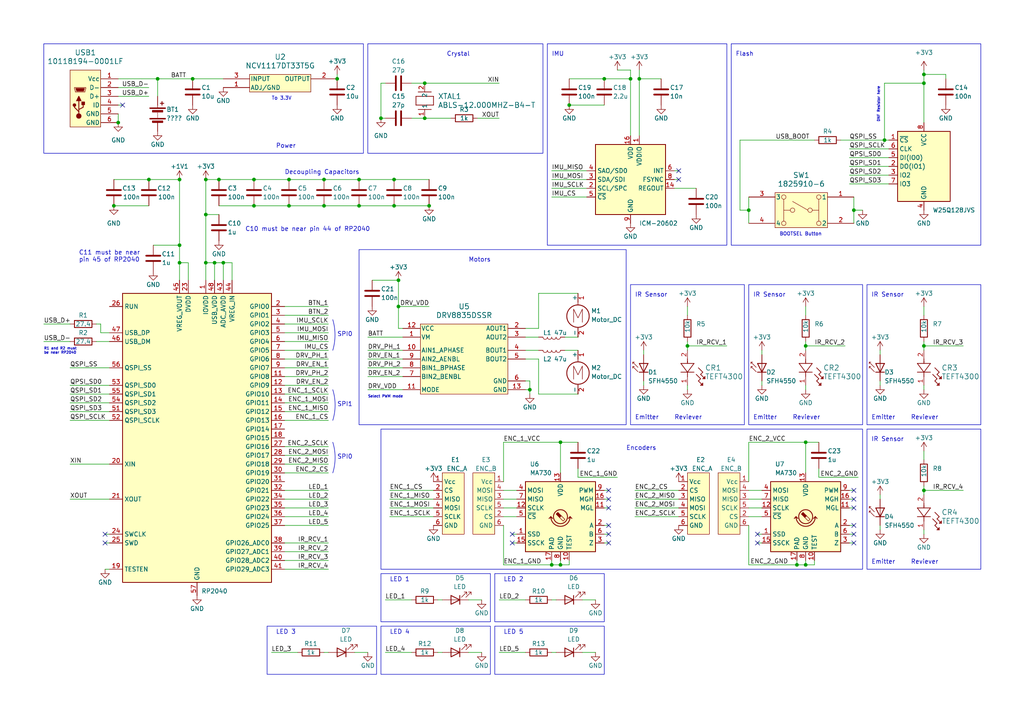
<source format=kicad_sch>
(kicad_sch (version 20230121) (generator eeschema)
  (paper "A4")
  (title_block (title "MicroMouse") (date "2023"))
  (junction (at 231.14 163.83))
  (junction (at 45.72 22.86))
  (junction (at 162.56 128.27))
  (junction (at 199.39 100.33))
  (junction (at 62.23 76.2))
  (junction (at 267.97 100.33))
  (junction (at 43.18 52.07))
  (junction (at 185.42 22.86))
  (junction (at 55.88 22.86))
  (junction (at 83.82 52.07))
  (junction (at 233.68 128.27))
  (junction (at 81.28 243.84))
  (junction (at 114.3 52.07))
  (junction (at 63.5 52.07))
  (junction (at 123.19 34.29))
  (junction (at 233.68 100.33))
  (junction (at 175.26 22.86))
  (junction (at 256.54 40.64))
  (junction (at 97.79 22.86))
  (junction (at 93.98 52.07))
  (junction (at 153.67 113.03))
  (junction (at 73.66 52.07))
  (junction (at 59.69 76.2))
  (junction (at 267.97 24.13))
  (junction (at 104.14 52.07))
  (junction (at 182.88 22.86))
  (junction (at 59.69 62.23))
  (junction (at 52.07 71.12))
  (junction (at 81.28 227.33))
  (junction (at 59.69 52.07))
  (junction (at 111.76 227.33))
  (junction (at 52.07 76.2))
  (junction (at 162.56 163.83))
  (junction (at 110.49 34.29))
  (junction (at 93.98 59.69))
  (junction (at 160.02 163.83))
  (junction (at 267.97 21.59))
  (junction (at 111.76 243.84))
  (junction (at 124.46 59.69))
  (junction (at 267.97 142.24))
  (junction (at 247.65 60.96))
  (junction (at 114.3 59.69))
  (junction (at 64.77 76.2))
  (junction (at 115.57 81.28))
  (junction (at 34.29 35.56))
  (junction (at 217.17 60.96))
  (junction (at 104.14 59.69))
  (junction (at 73.66 59.69))
  (junction (at 115.57 88.9))
  (junction (at 52.07 52.07))
  (junction (at 165.1 30.48))
  (junction (at 233.68 163.83))
  (junction (at 33.02 59.69))
  (junction (at 123.19 24.13))
  (junction (at 83.82 59.69))
  (no_connect (at 148.59 154.94))
  (no_connect (at 176.53 157.48))
  (no_connect (at 219.71 157.48))
  (no_connect (at 30.48 157.48))
  (no_connect (at 247.65 157.48))
  (no_connect (at 247.65 142.24))
  (no_connect (at 35.56 30.48))
  (no_connect (at 176.53 154.94))
  (no_connect (at 247.65 152.4))
  (no_connect (at 219.71 154.94))
  (no_connect (at 247.65 147.32))
  (no_connect (at 196.85 52.07))
  (no_connect (at 247.65 154.94))
  (no_connect (at 176.53 147.32))
  (no_connect (at 176.53 142.24))
  (no_connect (at 196.85 49.53))
  (no_connect (at 30.48 154.94))
  (no_connect (at 176.53 144.78))
  (no_connect (at 247.65 144.78))
  (no_connect (at 148.59 157.48))
  (no_connect (at 176.53 152.4))
  (wire (pts (xy 77.47 243.84) (xy 81.28 243.84)))
  (wire (pts (xy 152.4 95.25) (xy 156.21 95.25)))
  (wire (pts (xy 83.82 52.07) (xy 93.98 52.07)))
  (wire (pts (xy 20.32 106.68) (xy 31.75 106.68)))
  (wire (pts (xy 146.05 147.32) (xy 149.86 147.32)))
  (wire (pts (xy 81.28 227.33) (xy 81.28 231.14)))
  (wire (pts (xy 111.76 223.52) (xy 111.76 227.33)))
  (wire (pts (xy 243.84 40.64) (xy 256.54 40.64)))
  (wire (pts (xy 59.69 52.07) (xy 59.69 62.23)))
  (wire (pts (xy 77.47 227.33) (xy 81.28 227.33)))
  (wire (pts (xy 146.05 128.27) (xy 162.56 128.27)))
  (wire (pts (xy 43.18 27.94) (xy 34.29 27.94)))
  (wire (pts (xy 111.76 240.03) (xy 111.76 243.84)))
  (wire (pts (xy 118.11 227.33) (xy 111.76 227.33)))
  (wire (pts (xy 246.38 48.26) (xy 257.81 48.26)))
  (wire (pts (xy 116.84 104.14) (xy 106.68 104.14)))
  (wire (pts (xy 246.38 154.94) (xy 247.65 154.94)))
  (wire (pts (xy 95.25 160.02) (xy 82.55 160.02)))
  (wire (pts (xy 236.22 163.83) (xy 233.68 163.83)))
  (wire (pts (xy 160.02 189.23) (xy 161.29 189.23)))
  (wire (pts (xy 95.25 132.08) (xy 82.55 132.08)))
  (wire (pts (xy 214.63 40.64) (xy 236.22 40.64)))
  (wire (pts (xy 95.25 137.16) (xy 82.55 137.16)))
  (wire (pts (xy 82.55 106.68) (xy 95.25 106.68)))
  (wire (pts (xy 175.26 144.78) (xy 176.53 144.78)))
  (wire (pts (xy 115.57 95.25) (xy 116.84 95.25)))
  (wire (pts (xy 182.88 22.86) (xy 175.26 22.86)))
  (wire (pts (xy 111.76 227.33) (xy 111.76 231.14)))
  (wire (pts (xy 27.94 99.06) (xy 31.75 99.06)))
  (wire (pts (xy 247.65 142.24) (xy 246.38 142.24)))
  (wire (pts (xy 29.21 93.98) (xy 29.21 96.52)))
  (wire (pts (xy 167.64 138.43) (xy 167.64 135.89)))
  (wire (pts (xy 93.98 52.07) (xy 104.14 52.07)))
  (wire (pts (xy 67.31 81.28) (xy 67.31 76.2)))
  (wire (pts (xy 144.78 173.99) (xy 152.4 173.99)))
  (wire (pts (xy 110.49 34.29) (xy 111.76 34.29)))
  (wire (pts (xy 111.76 173.99) (xy 119.38 173.99)))
  (wire (pts (xy 82.55 91.44) (xy 95.25 91.44)))
  (wire (pts (xy 217.17 152.4) (xy 217.17 163.83)))
  (wire (pts (xy 52.07 76.2) (xy 52.07 81.28)))
  (wire (pts (xy 233.68 100.33) (xy 245.11 100.33)))
  (wire (pts (xy 127 189.23) (xy 128.27 189.23)))
  (wire (pts (xy 153.67 114.3) (xy 153.67 113.03)))
  (wire (pts (xy 233.68 128.27) (xy 233.68 137.16)))
  (wire (pts (xy 220.98 149.86) (xy 217.17 149.86)))
  (wire (pts (xy 55.88 22.86) (xy 64.77 22.86)))
  (wire (pts (xy 95.25 142.24) (xy 82.55 142.24)))
  (wire (pts (xy 82.55 96.52) (xy 95.25 96.52)))
  (wire (pts (xy 217.17 139.7) (xy 217.17 128.27)))
  (wire (pts (xy 123.19 24.13) (xy 144.78 24.13)))
  (wire (pts (xy 220.98 101.6) (xy 220.98 102.87)))
  (wire (pts (xy 111.76 24.13) (xy 110.49 24.13)))
  (wire (pts (xy 182.88 20.32) (xy 182.88 22.86)))
  (wire (pts (xy 250.19 60.96) (xy 247.65 60.96)))
  (wire (pts (xy 256.54 24.13) (xy 256.54 40.64)))
  (wire (pts (xy 246.38 50.8) (xy 257.81 50.8)))
  (wire (pts (xy 20.32 116.84) (xy 31.75 116.84)))
  (wire (pts (xy 176.53 147.32) (xy 175.26 147.32)))
  (wire (pts (xy 115.57 81.28) (xy 115.57 88.9)))
  (wire (pts (xy 255.27 143.51) (xy 255.27 144.78)))
  (wire (pts (xy 33.02 52.07) (xy 43.18 52.07)))
  (wire (pts (xy 149.86 149.86) (xy 146.05 149.86)))
  (wire (pts (xy 149.86 144.78) (xy 146.05 144.78)))
  (wire (pts (xy 170.18 54.61) (xy 160.02 54.61)))
  (wire (pts (xy 34.29 22.86) (xy 45.72 22.86)))
  (wire (pts (xy 246.38 43.18) (xy 257.81 43.18)))
  (wire (pts (xy 236.22 162.56) (xy 236.22 163.83)))
  (wire (pts (xy 52.07 76.2) (xy 54.61 76.2)))
  (wire (pts (xy 165.1 162.56) (xy 165.1 163.83)))
  (wire (pts (xy 176.53 157.48) (xy 175.26 157.48)))
  (wire (pts (xy 123.19 34.29) (xy 130.81 34.29)))
  (wire (pts (xy 185.42 22.86) (xy 185.42 39.37)))
  (wire (pts (xy 267.97 143.51) (xy 267.97 142.24)))
  (wire (pts (xy 63.5 62.23) (xy 59.69 62.23)))
  (wire (pts (xy 27.94 93.98) (xy 29.21 93.98)))
  (wire (pts (xy 233.68 128.27) (xy 237.49 128.27)))
  (wire (pts (xy 111.76 243.84) (xy 111.76 247.65)))
  (wire (pts (xy 274.32 21.59) (xy 267.97 21.59)))
  (wire (pts (xy 67.31 76.2) (xy 64.77 76.2)))
  (wire (pts (xy 233.68 113.03) (xy 233.68 111.76)))
  (wire (pts (xy 111.76 189.23) (xy 119.38 189.23)))
  (wire (pts (xy 152.4 104.14) (xy 156.21 104.14)))
  (wire (pts (xy 247.65 152.4) (xy 246.38 152.4)))
  (wire (pts (xy 144.78 189.23) (xy 152.4 189.23)))
  (wire (pts (xy 219.71 157.48) (xy 220.98 157.48)))
  (wire (pts (xy 267.97 100.33) (xy 279.4 100.33)))
  (wire (pts (xy 95.25 88.9) (xy 82.55 88.9)))
  (wire (pts (xy 196.85 149.86) (xy 184.15 149.86)))
  (wire (pts (xy 12.7 93.98) (xy 20.32 93.98)))
  (wire (pts (xy 62.23 81.28) (xy 62.23 76.2)))
  (wire (pts (xy 247.65 57.15) (xy 247.65 60.96)))
  (wire (pts (xy 95.25 104.14) (xy 82.55 104.14)))
  (wire (pts (xy 152.4 101.6) (xy 156.21 101.6)))
  (wire (pts (xy 82.55 93.98) (xy 95.25 93.98)))
  (wire (pts (xy 146.05 163.83) (xy 160.02 163.83)))
  (wire (pts (xy 237.49 135.89) (xy 237.49 138.43)))
  (wire (pts (xy 152.4 110.49) (xy 153.67 110.49)))
  (wire (pts (xy 139.7 173.99) (xy 135.89 173.99)))
  (wire (pts (xy 160.02 173.99) (xy 161.29 173.99)))
  (wire (pts (xy 104.14 59.69) (xy 114.3 59.69)))
  (wire (pts (xy 152.4 97.79) (xy 156.21 97.79)))
  (wire (pts (xy 63.5 59.69) (xy 73.66 59.69)))
  (wire (pts (xy 148.59 157.48) (xy 149.86 157.48)))
  (wire (pts (xy 93.98 189.23) (xy 95.25 189.23)))
  (wire (pts (xy 54.61 76.2) (xy 54.61 81.28)))
  (wire (pts (xy 20.32 111.76) (xy 31.75 111.76)))
  (wire (pts (xy 146.05 142.24) (xy 149.86 142.24)))
  (wire (pts (xy 82.55 129.54) (xy 95.25 129.54)))
  (wire (pts (xy 95.25 152.4) (xy 82.55 152.4)))
  (wire (pts (xy 124.46 88.9) (xy 115.57 88.9)))
  (wire (pts (xy 82.55 114.3) (xy 95.25 114.3)))
  (wire (pts (xy 170.18 49.53) (xy 160.02 49.53)))
  (wire (pts (xy 106.68 101.6) (xy 116.84 101.6)))
  (wire (pts (xy 34.29 33.02) (xy 34.29 35.56)))
  (wire (pts (xy 195.58 49.53) (xy 196.85 49.53)))
  (wire (pts (xy 233.68 162.56) (xy 233.68 163.83)))
  (wire (pts (xy 119.38 34.29) (xy 123.19 34.29)))
  (wire (pts (xy 43.18 52.07) (xy 52.07 52.07)))
  (wire (pts (xy 97.79 21.59) (xy 97.79 22.86)))
  (wire (pts (xy 153.67 110.49) (xy 153.67 113.03)))
  (wire (pts (xy 73.66 52.07) (xy 63.5 52.07)))
  (wire (pts (xy 217.17 142.24) (xy 220.98 142.24)))
  (wire (pts (xy 81.28 243.84) (xy 81.28 247.65)))
  (wire (pts (xy 248.92 138.43) (xy 237.49 138.43)))
  (wire (pts (xy 95.25 116.84) (xy 82.55 116.84)))
  (wire (pts (xy 246.38 144.78) (xy 247.65 144.78)))
  (wire (pts (xy 52.07 52.07) (xy 52.07 71.12)))
  (wire (pts (xy 246.38 45.72) (xy 257.81 45.72)))
  (wire (pts (xy 267.97 142.24) (xy 279.4 142.24)))
  (wire (pts (xy 139.7 189.23) (xy 135.89 189.23)))
  (wire (pts (xy 95.25 147.32) (xy 82.55 147.32)))
  (wire (pts (xy 176.53 152.4) (xy 175.26 152.4)))
  (wire (pts (xy 82.55 134.62) (xy 95.25 134.62)))
  (wire (pts (xy 255.27 101.6) (xy 255.27 102.87)))
  (wire (pts (xy 59.69 62.23) (xy 59.69 76.2)))
  (wire (pts (xy 78.74 189.23) (xy 86.36 189.23)))
  (wire (pts (xy 199.39 113.03) (xy 199.39 111.76)))
  (wire (pts (xy 255.27 152.4) (xy 255.27 153.67)))
  (wire (pts (xy 231.14 162.56) (xy 231.14 163.83)))
  (wire (pts (xy 82.55 111.76) (xy 95.25 111.76)))
  (wire (pts (xy 106.68 189.23) (xy 102.87 189.23)))
  (wire (pts (xy 152.4 113.03) (xy 153.67 113.03)))
  (wire (pts (xy 20.32 144.78) (xy 31.75 144.78)))
  (wire (pts (xy 267.97 21.59) (xy 267.97 24.13)))
  (wire (pts (xy 95.25 109.22) (xy 82.55 109.22)))
  (wire (pts (xy 195.58 52.07) (xy 196.85 52.07)))
  (wire (pts (xy 106.68 113.03) (xy 116.84 113.03)))
  (wire (pts (xy 106.68 97.79) (xy 116.84 97.79)))
  (wire (pts (xy 184.15 147.32) (xy 196.85 147.32)))
  (wire (pts (xy 274.32 22.86) (xy 274.32 21.59)))
  (wire (pts (xy 82.55 162.56) (xy 95.25 162.56)))
  (wire (pts (xy 125.73 144.78) (xy 113.03 144.78)))
  (wire (pts (xy 125.73 149.86) (xy 113.03 149.86)))
  (wire (pts (xy 30.48 157.48) (xy 31.75 157.48)))
  (wire (pts (xy 160.02 162.56) (xy 160.02 163.83)))
  (wire (pts (xy 59.69 76.2) (xy 59.69 81.28)))
  (wire (pts (xy 64.77 76.2) (xy 62.23 76.2)))
  (wire (pts (xy 256.54 40.64) (xy 257.81 40.64)))
  (wire (pts (xy 175.26 154.94) (xy 176.53 154.94)))
  (wire (pts (xy 184.15 142.24) (xy 196.85 142.24)))
  (wire (pts (xy 165.1 163.83) (xy 162.56 163.83)))
  (wire (pts (xy 52.07 71.12) (xy 44.45 71.12)))
  (wire (pts (xy 217.17 163.83) (xy 231.14 163.83)))
  (wire (pts (xy 175.26 22.86) (xy 165.1 22.86)))
  (wire (pts (xy 220.98 144.78) (xy 217.17 144.78)))
  (wire (pts (xy 20.32 134.62) (xy 31.75 134.62)))
  (wire (pts (xy 267.97 24.13) (xy 267.97 35.56)))
  (wire (pts (xy 179.07 138.43) (xy 167.64 138.43)))
  (wire (pts (xy 214.63 40.64) (xy 214.63 60.96)))
  (wire (pts (xy 82.55 99.06) (xy 95.25 99.06)))
  (wire (pts (xy 146.05 152.4) (xy 146.05 163.83)))
  (wire (pts (xy 162.56 128.27) (xy 162.56 137.16)))
  (wire (pts (xy 160.02 57.15) (xy 170.18 57.15)))
  (wire (pts (xy 35.56 30.48) (xy 34.29 30.48)))
  (wire (pts (xy 267.97 101.6) (xy 267.97 100.33)))
  (wire (pts (xy 246.38 53.34) (xy 257.81 53.34)))
  (wire (pts (xy 231.14 163.83) (xy 233.68 163.83)))
  (wire (pts (xy 162.56 162.56) (xy 162.56 163.83)))
  (wire (pts (xy 82.55 101.6) (xy 95.25 101.6)))
  (wire (pts (xy 186.69 110.49) (xy 186.69 111.76)))
  (wire (pts (xy 233.68 100.33) (xy 233.68 99.06)))
  (wire (pts (xy 95.25 121.92) (xy 82.55 121.92)))
  (wire (pts (xy 95.25 144.78) (xy 82.55 144.78)))
  (wire (pts (xy 217.17 128.27) (xy 233.68 128.27)))
  (wire (pts (xy 167.64 101.6) (xy 163.83 101.6)))
  (wire (pts (xy 247.65 147.32) (xy 246.38 147.32)))
  (wire (pts (xy 217.17 57.15) (xy 217.17 60.96)))
  (wire (pts (xy 267.97 154.94) (xy 267.97 153.67)))
  (wire (pts (xy 113.03 142.24) (xy 125.73 142.24)))
  (wire (pts (xy 45.72 27.94) (xy 45.72 22.86)))
  (wire (pts (xy 62.23 76.2) (xy 59.69 76.2)))
  (wire (pts (xy 176.53 142.24) (xy 175.26 142.24)))
  (wire (pts (xy 148.59 154.94) (xy 149.86 154.94)))
  (wire (pts (xy 199.39 100.33) (xy 210.82 100.33)))
  (wire (pts (xy 186.69 101.6) (xy 186.69 102.87)))
  (wire (pts (xy 95.25 165.1) (xy 82.55 165.1)))
  (wire (pts (xy 45.72 22.86) (xy 55.88 22.86)))
  (wire (pts (xy 196.85 144.78) (xy 184.15 144.78)))
  (wire (pts (xy 175.26 30.48) (xy 165.1 30.48)))
  (wire (pts (xy 172.72 189.23) (xy 168.91 189.23)))
  (wire (pts (xy 81.28 240.03) (xy 81.28 243.84)))
  (wire (pts (xy 110.49 24.13) (xy 110.49 34.29)))
  (wire (pts (xy 199.39 101.6) (xy 199.39 100.33)))
  (wire (pts (xy 93.98 59.69) (xy 104.14 59.69)))
  (wire (pts (xy 217.17 147.32) (xy 220.98 147.32)))
  (wire (pts (xy 201.93 54.61) (xy 195.58 54.61)))
  (wire (pts (xy 116.84 106.68) (xy 106.68 106.68)))
  (wire (pts (xy 30.48 165.1) (xy 31.75 165.1)))
  (wire (pts (xy 233.68 88.9) (xy 233.68 91.44)))
  (wire (pts (xy 64.77 81.28) (xy 64.77 76.2)))
  (wire (pts (xy 115.57 88.9) (xy 115.57 95.25)))
  (wire (pts (xy 219.71 154.94) (xy 220.98 154.94)))
  (wire (pts (xy 160.02 52.07) (xy 170.18 52.07)))
  (wire (pts (xy 160.02 163.83) (xy 162.56 163.83)))
  (wire (pts (xy 182.88 39.37) (xy 182.88 22.86)))
  (wire (pts (xy 256.54 24.13) (xy 267.97 24.13)))
  (wire (pts (xy 34.29 25.4) (xy 43.18 25.4)))
  (wire (pts (xy 267.97 20.32) (xy 267.97 21.59)))
  (wire (pts (xy 220.98 110.49) (xy 220.98 111.76)))
  (wire (pts (xy 30.48 154.94) (xy 31.75 154.94)))
  (wire (pts (xy 255.27 110.49) (xy 255.27 111.76)))
  (wire (pts (xy 144.78 34.29) (xy 138.43 34.29)))
  (wire (pts (xy 33.02 59.69) (xy 43.18 59.69)))
  (wire (pts (xy 267.97 130.81) (xy 267.97 133.35)))
  (wire (pts (xy 267.97 88.9) (xy 267.97 91.44)))
  (wire (pts (xy 163.83 97.79) (xy 167.64 97.79)))
  (wire (pts (xy 118.11 243.84) (xy 111.76 243.84)))
  (wire (pts (xy 81.28 223.52) (xy 81.28 227.33)))
  (wire (pts (xy 20.32 121.92) (xy 31.75 121.92)))
  (wire (pts (xy 114.3 59.69) (xy 124.46 59.69)))
  (wire (pts (xy 267.97 100.33) (xy 267.97 99.06)))
  (wire (pts (xy 73.66 52.07) (xy 83.82 52.07)))
  (wire (pts (xy 12.7 99.06) (xy 20.32 99.06)))
  (wire (pts (xy 247.65 60.96) (xy 247.65 64.77)))
  (wire (pts (xy 267.97 113.03) (xy 267.97 111.76)))
  (wire (pts (xy 20.32 119.38) (xy 31.75 119.38)))
  (wire (pts (xy 156.21 85.09) (xy 167.64 85.09)))
  (wire (pts (xy 146.05 139.7) (xy 146.05 128.27)))
  (wire (pts (xy 73.66 59.69) (xy 83.82 59.69)))
  (wire (pts (xy 106.68 109.22) (xy 116.84 109.22)))
  (wire (pts (xy 247.65 157.48) (xy 246.38 157.48)))
  (wire (pts (xy 127 173.99) (xy 128.27 173.99)))
  (wire (pts (xy 156.21 114.3) (xy 167.64 114.3)))
  (wire (pts (xy 162.56 128.27) (xy 167.64 128.27)))
  (wire (pts (xy 82.55 119.38) (xy 95.25 119.38)))
  (wire (pts (xy 156.21 104.14) (xy 156.21 114.3)))
  (wire (pts (xy 29.21 96.52) (xy 31.75 96.52)))
  (wire (pts (xy 156.21 95.25) (xy 156.21 85.09)))
  (wire (pts (xy 172.72 173.99) (xy 168.91 173.99)))
  (wire (pts (xy 113.03 147.32) (xy 125.73 147.32)))
  (wire (pts (xy 83.82 59.69) (xy 93.98 59.69)))
  (wire (pts (xy 199.39 100.33) (xy 199.39 99.06)))
  (wire (pts (xy 63.5 52.07) (xy 59.69 52.07)))
  (wire (pts (xy 217.17 60.96) (xy 217.17 64.77)))
  (wire (pts (xy 82.55 157.48) (xy 95.25 157.48)))
  (wire (pts (xy 191.77 22.86) (xy 185.42 22.86)))
  (wire (pts (xy 119.38 24.13) (xy 123.19 24.13)))
  (wire (pts (xy 107.95 81.28) (xy 115.57 81.28)))
  (wire (pts (xy 179.07 20.32) (xy 182.88 20.32)))
  (wire (pts (xy 214.63 60.96) (xy 217.17 60.96)))
  (wire (pts (xy 104.14 52.07) (xy 114.3 52.07)))
  (wire (pts (xy 199.39 88.9) (xy 199.39 91.44)))
  (wire (pts (xy 95.25 149.86) (xy 82.55 149.86)))
  (wire (pts (xy 20.32 114.3) (xy 31.75 114.3)))
  (wire (pts (xy 267.97 142.24) (xy 267.97 140.97)))
  (wire (pts (xy 52.07 71.12) (xy 52.07 76.2)))
  (wire (pts (xy 124.46 52.07) (xy 114.3 52.07)))
  (wire (pts (xy 185.42 20.32) (xy 185.42 22.86)))
  (wire (pts (xy 233.68 101.6) (xy 233.68 100.33)))
  (rectangle (start 110.49 181.61) (end 142.24 195.58))
  (rectangle (start 110.49 124.46) (end 250.19 165.1))
  (rectangle (start 110.49 166.37) (end 142.24 180.34))
  (rectangle (start 158.75 12.7) (end 210.82 71.12))
  (rectangle (start 212.09 12.7) (end 284.48 71.12))
  (rectangle (start 106.68 12.7) (end 157.48 44.45))
  (rectangle (start 12.7 12.7) (end 105.41 44.45))
  (rectangle (start 104.14 72.39) (end 181.61 123.19))
  (rectangle (start 182.88 82.55) (end 215.9 123.19))
  (rectangle (start 143.51 166.37) (end 175.26 180.34))
  (rectangle (start 77.47 181.61) (end 109.22 195.58))
  (rectangle (start 251.46 124.46) (end 284.48 165.1))
  (arc (start 96.52 92.71) (mid 97.1633 97.155) (end 96.52 101.6))
  (arc (start 96.52 113.03) (mid 97.195 117.475) (end 96.52 121.92))
  (rectangle (start 217.17 82.55) (end 250.19 123.19))
  (rectangle (start 143.51 181.61) (end 175.26 195.58))
  (rectangle (start 251.46 82.55) (end 284.48 123.19))
  (arc (start 96.52 128.27) (mid 97.195 132.715) (end 96.52 137.16))
  (text "Decoupling Capacitors" (at 82.55 50.8 0) (effects (font (size 1.27 1.27)) (justify left bottom)))
  (text "Emitter" (at 252.73 121.92 0) (effects (font (size 1.27 1.27)) (justify left bottom)))
  (text "Reviever" (at 264.16 121.92 0) (effects (font (size 1.27 1.27)) (justify left bottom)))
  (text "LED 4" (at 113.03 184.15 0) (effects (font (size 1.27 1.27)) (justify left bottom)))
  (text "Reviever" (at 229.87 121.92 0) (effects (font (size 1.27 1.27)) (justify left bottom)))
  (text "LED 3" (at 80.01 184.15 0) (effects (font (size 1.27 1.27)) (justify left bottom)))
  (text "SPI1" (at 97.79 118.11 0) (effects (font (size 1.27 1.27)) (justify left bottom)))
  (text "Flash" (at 213.36 16.51 0) (effects (font (size 1.27 1.27)) (justify left bottom)))
  (text "Emitter" (at 252.73 163.83 0) (effects (font (size 1.27 1.27)) (justify left bottom)))
  (text "Reviever" (at 195.58 121.92 0) (effects (font (size 1.27 1.27)) (justify left bottom)))
  (text "Crystal" (at 129.54 16.51 0) (effects (font (size 1.27 1.27)) (justify left bottom)))
  (text "DNF Resistor here" (at 255.27 35.56 90) (effects (font (size 0.75 0.75)) (justify left bottom)))
  (text "Select PWM mode" (at 106.68 115.57 0) (effects (font (size 0.75 0.75)) (justify left bottom)))
  (text "Power" (at 80.01 43.18 0) (effects (font (size 1.27 1.27)) (justify left bottom)))
  (text "SPI0" (at 97.79 133.35 0) (effects (font (size 1.27 1.27)) (justify left bottom)))
  (text "R1 and R2 must\nbe near RP2040" (at 12.7 102.87 0) (effects (font (size 0.75 0.75)) (justify left bottom)))
  (text "Emitter" (at 184.15 121.92 0) (effects (font (size 1.27 1.27)) (justify left bottom)))
  (text "IR Sensor" (at 184.15 86.36 0) (effects (font (size 1.27 1.27)) (justify left bottom)))
  (text "IR Sensor" (at 252.73 128.27 0) (effects (font (size 1.27 1.27)) (justify left bottom)))
  (text "BOOTSEL Button" (at 226.06 68.58 0) (effects (font (size 1 1)) (justify left bottom)))
  (text "Encoders" (at 181.61 130.81 0) (effects (font (size 1.27 1.27)) (justify left bottom)))
  (text "IR Sensor" (at 218.44 86.36 0) (effects (font (size 1.27 1.27)) (justify left bottom)))
  (text "Reviever" (at 264.16 163.83 0) (effects (font (size 1.27 1.27)) (justify left bottom)))
  (text "C11 must be near\npin 45 of RP2040" (at 22.86 76.2 0) (effects (font (size 1.27 1.27)) (justify left bottom)))
  (text "IR Sensor" (at 252.73 86.36 0) (effects (font (size 1.27 1.27)) (justify left bottom)))
  (text "To 3.3V" (at 78.74 29.21 0) (effects (font (size 1 1)) (justify left bottom)))
  (text "LED 5" (at 146.05 184.15 0) (effects (font (size 1.27 1.27)) (justify left bottom)))
  (text "LED 1" (at 113.03 168.91 0) (effects (font (size 1.27 1.27)) (justify left bottom)))
  (text "Emitter" (at 218.44 121.92 0) (effects (font (size 1.27 1.27)) (justify left bottom)))
  (text "C10 must be near pin 44 of RP2040" (at 71.12 67.31 0) (effects (font (size 1.27 1.27)) (justify left bottom)))
  (text "LED 2" (at 146.05 168.91 0) (effects (font (size 1.27 1.27)) (justify left bottom)))
  (text "IMU" (at 160.02 16.51 0) (effects (font (size 1.27 1.27)) (justify left bottom)))
  (text "SPI0" (at 97.79 97.79 0) (effects (font (size 1.27 1.27)) (justify left bottom)))
  (text "Motors" (at 135.89 76.2 0) (effects (font (size 1.27 1.27)) (justify left bottom)))
  (label "IMU_CS" (at 160.02 57.15 0))
  (label "XOUT" (at 20.32 144.78 0))
  (label "IMU_MOSI" (at 95.25 96.52 180))
  (label "LED_2" (at 95.25 144.78 180))
  (label "BTN_1" (at 95.25 88.9 180))
  (label "ENC_1_SCLK" (at 113.03 149.86 0))
  (label "ENC_1_GND" (at 146.05 163.83 0))
  (label "ENC_1_SCLK" (at 95.25 114.3 180))
  (label "BTN_2" (at 118.11 243.84 180))
  (label "IR_RCV_1" (at 95.25 157.48 180))
  (label "LED_5" (at 144.78 189.23 0))
  (label "IMU_MISO" (at 95.25 99.06 180))
  (label "ENC_2_MISO" (at 95.25 134.62 180))
  (label "QSPI_SCLK" (at 246.38 43.18 0))
  (label "QSPI_SD3" (at 246.38 53.34 0))
  (label "ENC_2_MOSI" (at 95.25 132.08 180))
  (label "QSPI_SD1" (at 20.32 114.3 0))
  (label "LED_2" (at 144.78 173.99 0))
  (label "DRV_EN_2" (at 106.68 109.22 0))
  (label "IR_RCV_1" (at 210.82 100.33 180))
  (label "USB_D-" (at 12.7 99.06 0))
  (label "ENC_2_VCC" (at 217.17 128.27 0))
  (label "DRV_VDD" (at 106.68 113.03 0))
  (label "QPSI_SD0" (at 246.38 45.72 0))
  (label "IR_RCV_2" (at 245.11 100.33 180))
  (label "QSPI_SCLK" (at 20.32 121.92 0))
  (label "QSPI_SD2" (at 20.32 116.84 0))
  (label "ENC_1_VCC" (at 146.05 128.27 0))
  (label "ENC_1_GND" (at 179.07 138.43 180))
  (label "ENC_2_SCLK" (at 184.15 149.86 0))
  (label "LED_4" (at 95.25 149.86 180))
  (label "ENC_1_MOSI" (at 113.03 147.32 0))
  (label "USB_D-" (at 43.18 25.4 180))
  (label "ENC_2_MISO" (at 184.15 144.78 0))
  (label "QSPI_SD1" (at 246.38 48.26 0))
  (label "IR_RCV_2" (at 95.25 160.02 180))
  (label "ENC_1_MOSI" (at 95.25 116.84 180))
  (label "DRV_PH_1" (at 95.25 104.14 180))
  (label "IR_RCV_3" (at 95.25 162.56 180))
  (label "IR_RCV_3" (at 279.4 100.33 180))
  (label "DRV_PH_2" (at 95.25 109.22 180))
  (label "IMU_MOSI" (at 160.02 52.07 0))
  (label "ENC_2_CS" (at 184.15 142.24 0))
  (label "ENC_2_CS" (at 95.25 137.16 180))
  (label "QSPI_SS" (at 246.38 40.64 0))
  (label "LED_1" (at 95.25 142.24 180))
  (label "LED_1" (at 111.76 173.99 0))
  (label "DRV_EN_1" (at 95.25 106.68 180))
  (label "ENC_1_MISO" (at 113.03 144.78 0))
  (label "USB_D+" (at 12.7 93.98 0))
  (label "DRV_VDD" (at 124.46 88.9 180))
  (label "DRV_PH_2" (at 106.68 106.68 0))
  (label "ENC_2_GND" (at 228.6 163.83 180))
  (label "ENC_1_CS" (at 95.25 121.92 180))
  (label "LED_4" (at 111.76 189.23 0))
  (label "ENC_1_MISO" (at 95.25 119.38 180))
  (label "QSPI_SD2" (at 246.38 50.8 0))
  (label "BTN_1" (at 118.11 227.33 180))
  (label "USB_BOOT" (at 224.946 40.64 0))
  (label "XOUT" (at 144.78 34.29 180))
  (label "LED_3" (at 95.25 147.32 180))
  (label "DRV_EN_1" (at 106.68 104.14 0))
  (label "DRV_PH_1" (at 106.68 101.6 0))
  (label "QSPI_SD3" (at 20.32 119.38 0))
  (label "BTN_2" (at 95.25 91.44 180))
  (label "USB_D+" (at 43.18 27.94 180))
  (label "LED_5" (at 95.25 152.4 180))
  (label "QSPI_SS" (at 20.32 106.68 0))
  (label "ENC_2_GND" (at 248.92 138.43 180))
  (label "QPSI_SD0" (at 20.32 111.76 0))
  (label "ENC_1_CS" (at 113.03 142.24 0))
  (label "IMU_SCLK" (at 95.25 93.98 180))
  (label "DRV_EN_2" (at 95.25 111.76 180))
  (label "ENC_2_SCLK" (at 95.25 129.54 180))
  (label "IR_RCV_4" (at 279.4 142.24 180))
  (label "BATT" (at 49.53 22.86 0))
  (label "IMU_MISO" (at 160.02 49.53 0))
  (label "ENC_2_MOSI" (at 184.15 147.32 0))
  (label "XIN" (at 144.78 24.13 180))
  (label "IMU_CS" (at 95.25 101.6 180))
  (label "IMU_SCLK" (at 160.02 54.61 0))
  (label "BATT" (at 106.68 97.79 0))
  (label "LED_3" (at 78.74 189.23 0))
  (label "IR_RCV_4" (at 95.25 165.1 180))
  (label "XIN" (at 20.32 134.62 0))
  (symbol (lib_id "power:GND") (at 33.02 59.69 0) (unit 1)
    (property "Reference" "#PWR013" (effects hide))
    (property "Value" "GND" (at 33.02 64.77 0))
  )
  (symbol (lib_id "power:GND") (at 196.85 152.4 0) (unit 1)
    (property "Reference" "#PWR034" (effects hide))
    (property "Value" "GND" (at 196.85 156.21 0))
  )
  (symbol (lib_id "Device:C") (at 55.88 26.67 0) (unit 1)
    (property "Reference" "C1" (at 58.42 25.4 0) (effects (justify left)))
    (property "Value" "10u" (at 58.42 27.94 0) (effects (justify left)))
    (property "Footprint" "micromouse_components:CAP_GRM21_MUR" (effects hide))
  )
  (symbol (lib_id "LED:SFH4550") (at 220.98 105.41 90) (unit 1)
    (property "Reference" "D2" (at 222.25 107.95 90) (effects (justify right)))
    (property "Value" "SFH4550" (at 222.25 110.49 90) (effects (justify right)))
    (property "Footprint" "micromouse_components:SFH4550" (effects hide))
    (property "Datasheet" "http://www.osram-os.com/Graphics/XPic3/00116140_0.pdf" (effects hide))
  )
  (symbol (lib_id "Device:C") (at 124.46 55.88 0) (unit 1)
    (property "Reference" "C9" (at 127 54.61 0) (effects (justify left)))
    (property "Value" "100n" (at 127 57.15 0) (effects (justify left)))
    (property "Footprint" "micromouse_components:CAP_GRM155_MUR" (effects hide))
  )
  (symbol (lib_id "power:+3V3") (at 267.97 20.32 0) (unit 1)
    (property "Reference" "#PWR015" (effects hide))
    (property "Value" "+3V3" (at 267.97 15.24 0))
  )
  (symbol (lib_id "power:GND") (at 233.68 113.03 0) (unit 1)
    (property "Reference" "#PWR043" (effects hide))
    (property "Value" "GND" (at 233.68 116.84 0))
  )
  (symbol (lib_id "power:+3V3") (at 255.27 143.51 0) (unit 1)
    (property "Reference" "#PWR048" (effects hide))
    (property "Value" "+3V3" (at 255.27 139.7 0))
  )
  (symbol (lib_id "Device:C") (at 107.95 85.09 0) (unit 1)
    (property "Reference" "C21" (at 110.49 83.82 0) (effects (justify left)))
    (property "Value" "100n" (at 110.49 86.36 0) (effects (justify left)))
    (property "Footprint" "micromouse_components:CAP_GRM155_MUR" (effects hide))
  )
  (symbol (lib_id "Device:C") (at 115.57 24.13 90) (unit 1)
    (property "Reference" "C16" (at 115.57 17.78 90))
    (property "Value" "27p" (at 115.57 20.32 90))
    (property "Footprint" "micromouse_components:CAP_GCM155_MUR" (effects hide))
  )
  (symbol (lib_name "ENC_A_1") (lib_id "micromouse_components:ENC_A") (at 199.39 146.05 0) (unit 1)
    (property "Reference" "E2" (at 201.93 133.35 0) (effects (justify left)))
    (property "Value" "ENC_A" (at 200.66 135.89 0) (effects (justify left)))
    (property "Footprint" "micromouse_components:ENC_2_A" (effects hide))
  )
  (symbol (lib_id "Device:C") (at 115.57 34.29 90) (unit 1)
    (property "Reference" "C15" (at 115.57 27.94 90))
    (property "Value" "27p" (at 115.57 30.48 90))
    (property "Footprint" "micromouse_components:CAP_GCM155_MUR" (effects hide))
  )
  (symbol (lib_id "micromouse_components:ENC_B") (at 143.51 146.05 0) (unit 1)
    (property "Reference" "E3" (at 140.97 133.35 0))
    (property "Value" "ENC_B" (at 140.97 135.89 0))
    (property "Footprint" "micromouse_components:ENC_1_B" (effects hide))
  )
  (symbol (lib_id "Device:C") (at 165.1 26.67 0) (unit 1)
    (property "Reference" "C19" (at 167.64 25.4 0) (effects (justify left)))
    (property "Value" "100n" (at 167.64 27.94 0) (effects (justify left)))
    (property "Footprint" "micromouse_components:CAP_GRM155_MUR" (effects hide))
  )
  (symbol (lib_id "Device:R") (at 199.39 95.25 0) (unit 1)
    (property "Reference" "R5" (at 201.93 93.98 0) (effects (justify left)))
    (property "Value" "10k" (at 199.39 96.52 90) (effects (justify left)))
    (property "Footprint" "micromouse_components:RES_RC0402_YAG" (effects hide))
  )
  (symbol (lib_id "Device:C") (at 274.32 26.67 0) (unit 1)
    (property "Reference" "C14" (at 276.86 25.4 0) (effects (justify left)))
    (property "Value" "100n" (at 276.86 27.94 0) (effects (justify left)))
    (property "Footprint" "micromouse_components:CAP_GRM155_MUR" (effects hide))
  )
  (symbol (lib_id "power:GND") (at 34.29 35.56 0) (unit 1)
    (property "Reference" "#PWR054" (effects hide))
    (property "Value" "GND" (at 34.29 40.64 0))
  )
  (symbol (lib_id "power:GND") (at 201.93 62.23 0) (unit 1)
    (property "Reference" "#PWR023" (effects hide))
    (property "Value" "GND" (at 201.93 66.04 0))
  )
  (symbol (lib_id "LED:SFH4550") (at 255.27 147.32 90) (unit 1)
    (property "Reference" "D4" (at 256.54 149.86 90) (effects (justify right)))
    (property "Value" "SFH4550" (at 256.54 152.4 90) (effects (justify right)))
    (property "Footprint" "micromouse_components:SFH4550" (effects hide))
    (property "Datasheet" "http://www.osram-os.com/Graphics/XPic3/00116140_0.pdf" (effects hide))
  )
  (symbol (lib_id "power:+3V3") (at 255.27 101.6 0) (unit 1)
    (property "Reference" "#PWR044" (effects hide))
    (property "Value" "+3V3" (at 255.27 97.79 0))
  )
  (symbol (lib_id "power:GND") (at 139.7 189.23 0) (unit 1)
    (property "Reference" "#PWR030" (effects hide))
    (property "Value" "GND" (at 139.7 193.04 0))
  )
  (symbol (lib_id "Motor:Motor_DC") (at 167.64 106.68 0) (unit 1)
    (property "Reference" "M2" (at 171.45 106.68 0) (effects (justify left)))
    (property "Value" "Motor_DC" (at 171.45 109.22 0) (effects (justify left)))
    (property "Footprint" "micromouse_components:CONN_B2B-ZRLFSN_JST" (effects hide))
  )
  (symbol (lib_id "power:GND") (at 182.88 64.77 0) (unit 1)
    (property "Reference" "#PWR024" (effects hide))
    (property "Value" "GND" (at 182.88 68.58 0))
  )
  (symbol (lib_id "Device:C") (at 201.93 58.42 0) (unit 1)
    (property "Reference" "C20" (at 204.47 57.15 0) (effects (justify left)))
    (property "Value" "100n" (at 204.47 59.69 0) (effects (justify left)))
    (property "Footprint" "micromouse_components:CAP_GRM155_MUR" (effects hide))
  )
  (symbol (lib_id "Device:R") (at 24.13 99.06 90) (unit 1)
    (property "Reference" "R2" (at 24.13 96.52 90))
    (property "Value" "27.4" (at 24.13 99.06 90))
    (property "Footprint" "micromouse_components:RES_RC0402_YAG" (effects hide))
  )
  (symbol (lib_id "Sensor_Magnetic:MA730") (at 233.68 149.86 0) (unit 1)
    (property "Reference" "U7" (at 224.79 134.62 0) (effects (justify left)))
    (property "Value" "MA730" (at 224.79 137.16 0) (effects (justify left)))
    (property "Footprint" "Package_DFN_QFN:QFN-16-1EP_3x3mm_P0.5mm_EP1.75x1.75mm" (effects hide))
    (property "Datasheet" "https://www.monolithicpower.com/pub/media/document/m/a/ma730_r1.01.pdf" (effects hide))
  )
  (symbol (lib_id "Device:Battery") (at 45.72 33.02 0) (unit 1)
    (property "Reference" "BT1" (at 48.26 31.75 0) (effects (justify left)))
    (property "Value" "????" (at 48.26 34.29 0) (effects (justify left)))
    (property "Footprint" "micromouse_components:CONN_B2B-ZRLFSN_JST" (effects hide))
  )
  (symbol (lib_id "power:GND") (at 110.49 34.29 0) (unit 1)
    (property "Reference" "#PWR018" (effects hide))
    (property "Value" "GND" (at 110.49 39.37 0))
  )
  (symbol (lib_id "Device:C") (at 175.26 26.67 0) (unit 1)
    (property "Reference" "C18" (at 177.8 25.4 0) (effects (justify left)))
    (property "Value" "2.2u" (at 177.8 27.94 0) (effects (justify left)))
    (property "Footprint" "micromouse_components:CAP_GRM155_MUR" (effects hide))
  )
  (symbol (lib_id "Device:C") (at 191.77 26.67 0) (unit 1)
    (property "Reference" "C17" (at 194.31 25.4 0) (effects (justify left)))
    (property "Value" "10n" (at 194.31 27.94 0) (effects (justify left)))
    (property "Footprint" "micromouse_components:CAP_GRM1885_1P6XP8_MUR" (effects hide))
  )
  (symbol (lib_id "Sensor_Motion:ICM-20602") (at 182.88 52.07 0) (unit 1)
    (property "Reference" "U4" (effects hide))
    (property "Value" "ICM-20602" (at 185.42 64.77 0) (effects (justify left)))
    (property "Footprint" "Package_LGA:LGA-16_3x3mm_P0.5mm_LayoutBorder3x5y" (effects hide))
    (property "Datasheet" "http://www.invensense.com/wp-content/uploads/2016/10/DS-000176-ICM-20602-v1.0.pdf" (effects hide))
  )
  (symbol (lib_id "Device:R") (at 24.13 93.98 90) (unit 1)
    (property "Reference" "R1" (at 24.13 91.44 90))
    (property "Value" "27.4" (at 24.13 93.98 90))
    (property "Footprint" "micromouse_components:RES_RC0402_YAG" (effects hide))
  )
  (symbol (lib_id "power:+3V3") (at 186.69 101.6 0) (unit 1)
    (property "Reference" "#PWR038" (effects hide))
    (property "Value" "+3V3" (at 186.69 97.79 0))
  )
  (symbol (lib_id "power:GND") (at 267.97 113.03 0) (unit 1)
    (property "Reference" "#PWR047" (effects hide))
    (property "Value" "GND" (at 267.97 116.84 0))
  )
  (symbol (lib_id "power:GND") (at 199.39 113.03 0) (unit 1)
    (property "Reference" "#PWR036" (effects hide))
    (property "Value" "GND" (at 199.39 116.84 0))
  )
  (symbol (lib_id "power:+3V3") (at 115.57 81.28 0) (unit 1)
    (property "Reference" "#PWR026" (effects hide))
    (property "Value" "+3V3" (at 115.57 77.47 0))
  )
  (symbol (lib_id "power:GND") (at 64.77 25.4 0) (unit 1)
    (property "Reference" "#PWR03" (effects hide))
    (property "Value" "GND" (at 64.77 29.21 0))
  )
  (symbol (lib_id "power:+1V1") (at 52.07 52.07 0) (unit 1)
    (property "Reference" "#PWR012" (effects hide))
    (property "Value" "+1V1" (at 52.07 48.26 0))
  )
  (symbol (lib_id "power:+3V3") (at 179.07 20.32 0) (unit 1)
    (property "Reference" "#PWR021" (effects hide))
    (property "Value" "+3V3" (at 179.07 16.51 0))
  )
  (symbol (lib_id "Device:LED") (at 132.08 173.99 180) (unit 1)
    (property "Reference" "D5" (at 133.35 167.64 0))
    (property "Value" "LED" (at 133.35 170.18 0))
    (property "Footprint" "micromouse_components:LED_LTST-C191_LTO" (effects hide))
  )
  (symbol (lib_id "power:GND") (at 191.77 30.48 0) (unit 1)
    (property "Reference" "#PWR020" (effects hide))
    (property "Value" "GND" (at 191.77 34.29 0))
  )
  (symbol (lib_id "power:+3.3V") (at 77.47 243.84 0) (unit 1)
    (property "Reference" "#PWR055" (effects hide))
    (property "Value" "+3.3V" (at 77.47 238.76 0))
  )
  (symbol (lib_id "Device:R") (at 240.03 40.64 90) (unit 1)
    (property "Reference" "R4" (at 240.03 38.1 90))
    (property "Value" "1k" (at 240.03 40.64 90))
    (property "Footprint" "micromouse_components:RES_RC0402_YAG" (effects hide))
  )
  (symbol (lib_id "micromouse_components:TEFT4300") (at 233.68 101.6 270) (unit 1)
    (property "Reference" "CR2" (at 238.76 106.68 90) (effects (font (size 1.524 1.524)) (justify left)))
    (property "Value" "TEFT4300" (at 238.76 109.22 90) (effects (font (size 1.524 1.524)) (justify left)))
    (property "Footprint" "micromouse_components:TEFT4300" (effects hide))
    (property "Datasheet" "TEFT4300" (effects hide))
  )
  (symbol (lib_id "power:GND") (at 255.27 153.67 0) (unit 1)
    (property "Reference" "#PWR049" (effects hide))
    (property "Value" "GND" (at 255.27 157.48 0))
  )
  (symbol (lib_id "power:GND") (at 55.88 30.48 0) (unit 1)
    (property "Reference" "#PWR02" (effects hide))
    (property "Value" "GND" (at 55.88 34.29 0))
  )
  (symbol (lib_id "Device:L") (at 160.02 97.79 270) (unit 1)
    (property "Reference" "L1" (at 158.75 96.52 90))
    (property "Value" "47u" (at 162.56 96.52 90))
    (property "Footprint" "micromouse_components:IND_BOURNS_SRR4028" (effects hide))
  )
  (symbol (lib_id "micromouse_components:TEFT4300") (at 199.39 101.6 270) (unit 1)
    (property "Reference" "CR1" (at 204.47 106.68 90) (effects (font (size 1.524 1.524)) (justify left)))
    (property "Value" "TEFT4300" (at 204.47 109.22 90) (effects (font (size 1.524 1.524)) (justify left)))
    (property "Footprint" "micromouse_components:TEFT4300" (effects hide))
    (property "Datasheet" "TEFT4300" (effects hide))
  )
  (symbol (lib_id "power:+3V3") (at 59.69 52.07 0) (unit 1)
    (property "Reference" "#PWR08" (effects hide))
    (property "Value" "+3V3" (at 59.69 48.26 0))
  )
  (symbol (lib_id "power:GND") (at 106.68 189.23 0) (unit 1)
    (property "Reference" "#PWR029" (effects hide))
    (property "Value" "GND" (at 106.68 193.04 0))
  )
  (symbol (lib_id "micromouse_components:10118194-0001LF") (at 24.13 22.86 0) (unit 1)
    (property "Reference" "USB1" (at 24.765 15.24 0) (effects (font (size 1.524 1.524))))
    (property "Value" "10118194-0001LF" (at 24.765 17.78 0) (effects (font (size 1.524 1.524))))
    (property "Footprint" "micromouse_components:CONN_10118194-0001LF_AMP" (effects hide))
    (property "Datasheet" "10118194-0001LF" (effects hide))
  )
  (symbol (lib_id "power:GND") (at 220.98 111.76 0) (unit 1)
    (property "Reference" "#PWR041" (effects hide))
    (property "Value" "GND" (at 220.98 115.57 0))
  )
  (symbol (lib_id "Device:L") (at 160.02 101.6 270) (unit 1)
    (property "Reference" "L2" (at 158.75 104.14 90))
    (property "Value" "47u" (at 162.56 104.14 90))
    (property "Footprint" "micromouse_components:IND_BOURNS_SRR4028" (effects hide))
  )
  (symbol (lib_id "power:GND") (at 267.97 60.96 0) (unit 1)
    (property "Reference" "#PWR014" (effects hide))
    (property "Value" "GND" (at 267.97 64.77 0))
  )
  (symbol (lib_id "power:+3V3") (at 196.85 139.7 0) (mirror y) (unit 1)
    (property "Reference" "#PWR033" (effects hide))
    (property "Value" "+3V3" (at 196.85 135.89 0))
  )
  (symbol (lib_id "power:GND") (at 30.48 165.1 0) (unit 1)
    (property "Reference" "#PWR07" (effects hide))
    (property "Value" "GND" (at 30.48 168.91 0))
  )
  (symbol (lib_id "Device:C") (at 73.66 55.88 0) (unit 1)
    (property "Reference" "C4" (at 76.2 54.61 0) (effects (justify left)))
    (property "Value" "100n" (at 76.2 57.15 0) (effects (justify left)))
    (property "Footprint" "micromouse_components:CAP_GRM155_MUR" (effects hide))
  )
  (symbol (lib_id "power:GND") (at 45.72 38.1 0) (unit 1)
    (property "Reference" "#PWR053" (effects hide))
    (property "Value" "GND" (at 45.72 41.91 0))
  )
  (symbol (lib_id "power:GND") (at 250.19 60.96 0) (unit 1)
    (property "Reference" "#PWR017" (effects hide))
    (property "Value" "GND" (at 250.19 64.77 0))
  )
  (symbol (lib_id "Device:C") (at 114.3 55.88 0) (unit 1)
    (property "Reference" "C8" (at 116.84 54.61 0) (effects (justify left)))
    (property "Value" "100n" (at 116.84 57.15 0) (effects (justify left)))
    (property "Footprint" "micromouse_components:CAP_GRM155_MUR" (effects hide))
  )
  (symbol (lib_id "Device:C") (at 167.64 132.08 0) (unit 1)
    (property "Reference" "C22" (at 170.18 130.81 0) (effects (justify left)))
    (property "Value" "1u" (at 170.18 133.35 0) (effects (justify left)))
    (property "Footprint" "micromouse_components:CAP_GRM155_MUR" (effects hide))
  )
  (symbol (lib_id "Device:C") (at 93.98 55.88 0) (unit 1)
    (property "Reference" "C6" (at 96.52 54.61 0) (effects (justify left)))
    (property "Value" "100n" (at 96.52 57.15 0) (effects (justify left)))
    (property "Footprint" "micromouse_components:CAP_GRM155_MUR" (effects hide))
  )
  (symbol (lib_id "power:+3.3V") (at 77.47 227.33 0) (unit 1)
    (property "Reference" "#PWR01" (effects hide))
    (property "Value" "+3.3V" (at 77.47 222.25 0))
  )
  (symbol (lib_id "Device:R") (at 156.21 173.99 90) (unit 1)
    (property "Reference" "R10" (at 156.21 171.45 90))
    (property "Value" "1k" (at 156.21 173.99 90))
    (property "Footprint" "micromouse_components:RES_RC0402_YAG" (effects hide))
  )
  (symbol (lib_id "Device:C") (at 97.79 26.67 0) (unit 1)
    (property "Reference" "C2" (at 100.33 25.4 0) (effects (justify left)))
    (property "Value" "10u" (at 100.33 27.94 0) (effects (justify left)))
    (property "Footprint" "micromouse_components:CAP_GRM21_MUR" (effects hide))
  )
  (symbol (lib_id "Device:LED") (at 165.1 189.23 180) (unit 1)
    (property "Reference" "D9" (at 166.37 182.88 0))
    (property "Value" "LED" (at 166.37 185.42 0))
    (property "Footprint" "micromouse_components:LED_LTST-C191_LTO" (effects hide))
  )
  (symbol (lib_id "power:+3V3") (at 267.97 130.81 0) (unit 1)
    (property "Reference" "#PWR050" (effects hide))
    (property "Value" "+3V3" (at 267.97 127 0))
  )
  (symbol (lib_id "Device:R") (at 156.21 189.23 90) (unit 1)
    (property "Reference" "R13" (at 156.21 186.69 90))
    (property "Value" "1k" (at 156.21 189.23 90))
    (property "Footprint" "micromouse_components:RES_RC0402_YAG" (effects hide))
  )
  (symbol (lib_id "power:GND") (at 125.73 152.4 0) (unit 1)
    (property "Reference" "#PWR052" (effects hide))
    (property "Value" "GND" (at 125.73 156.21 0))
  )
  (symbol (lib_id "Device:C") (at 63.5 55.88 0) (unit 1)
    (property "Reference" "C3" (at 66.04 54.61 0) (effects (justify left)))
    (property "Value" "100n" (at 66.04 57.15 0) (effects (justify left)))
    (property "Footprint" "micromouse_components:CAP_GRM155_MUR" (effects hide))
  )
  (symbol (lib_id "power:+3V3") (at 125.73 139.7 0) (mirror y) (unit 1)
    (property "Reference" "#PWR032" (effects hide))
    (property "Value" "+3V3" (at 125.73 135.89 0))
  )
  (symbol (lib_id "power:GND") (at 172.72 189.23 0) (unit 1)
    (property "Reference" "#PWR031" (effects hide))
    (property "Value" "GND" (at 172.72 193.04 0))
  )
  (symbol (lib_id "Device:R") (at 134.62 34.29 90) (unit 1)
    (property "Reference" "R3" (at 134.62 31.75 90))
    (property "Value" "1k" (at 134.62 34.29 90))
    (property "Footprint" "micromouse_components:RES_RC0402_YAG" (effects hide))
  )
  (symbol (lib_id "power:+3V3") (at 267.97 88.9 0) (unit 1)
    (property "Reference" "#PWR046" (effects hide))
    (property "Value" "+3V3" (at 267.97 85.09 0))
  )
  (symbol (lib_id "Device:LED") (at 99.06 189.23 180) (unit 1)
    (property "Reference" "D7" (at 100.33 182.88 0))
    (property "Value" "LED" (at 100.33 185.42 0))
    (property "Footprint" "micromouse_components:LED_LTST-C191_LTO" (effects hide))
  )
  (symbol (lib_id "Device:R") (at 267.97 137.16 0) (unit 1)
    (property "Reference" "R8" (at 270.51 135.89 0) (effects (justify left)))
    (property "Value" "10k" (at 267.97 138.43 90) (effects (justify left)))
    (property "Footprint" "micromouse_components:RES_RC0402_YAG" (effects hide))
  )
  (symbol (lib_id "Device:C") (at 83.82 55.88 0) (unit 1)
    (property "Reference" "C5" (at 86.36 54.61 0) (effects (justify left)))
    (property "Value" "100n" (at 86.36 57.15 0) (effects (justify left)))
    (property "Footprint" "micromouse_components:CAP_GRM155_MUR" (effects hide))
  )
  (symbol (lib_id "Sensor_Magnetic:MA730") (at 162.56 149.86 0) (unit 1)
    (property "Reference" "U6" (at 153.67 134.62 0) (effects (justify left)))
    (property "Value" "MA730" (at 153.67 137.16 0) (effects (justify left)))
    (property "Footprint" "Package_DFN_QFN:QFN-16-1EP_3x3mm_P0.5mm_EP1.75x1.75mm" (effects hide))
    (property "Datasheet" "https://www.monolithicpower.com/pub/media/document/m/a/ma730_r1.01.pdf" (effects hide))
  )
  (symbol (lib_id "Memory_Flash:W25Q128JVS") (at 267.97 48.26 0) (unit 1)
    (property "Reference" "U3" (effects hide))
    (property "Value" "W25Q128JVS" (at 270.51 60.96 0) (effects (justify left)))
    (property "Footprint" "Package_SO:SOIC-8_5.23x5.23mm_P1.27mm" (effects hide))
    (property "Datasheet" "http://www.winbond.com/resource-files/w25q128jv_dtr%20revc%2003272018%20plus.pdf" (effects hide))
  )
  (symbol (lib_id "Device:C") (at 104.14 55.88 0) (unit 1)
    (property "Reference" "C7" (at 106.68 54.61 0) (effects (justify left)))
    (property "Value" "100n" (at 106.68 57.15 0) (effects (justify left)))
    (property "Footprint" "micromouse_components:CAP_GRM155_MUR" (effects hide))
  )
  (symbol (lib_id "Device:C") (at 63.5 66.04 0) (unit 1)
    (property "Reference" "C10" (at 66.04 64.77 0) (effects (justify left)))
    (property "Value" "1u" (at 66.04 67.31 0) (effects (justify left)))
    (property "Footprint" "micromouse_components:CAP_GRM155_MUR" (effects hide))
  )
  (symbol (lib_id "micromouse_components:1825910-6") (at 76.2 240.03 0) (unit 1)
    (property "Reference" "SW3" (at 96.52 234.95 0) (effects (font (size 1.524 1.524))))
    (property "Value" "1825910-6" (at 96.52 237.49 0) (effects (font (size 1.524 1.524))))
    (property "Footprint" "micromouse_components:SW4_1825910-B_TEC" (effects hide))
    (property "Datasheet" "1825910-6" (effects hide))
  )
  (symbol (lib_id "Device:C") (at 237.49 132.08 0) (unit 1)
    (property "Reference" "C23" (at 240.03 130.81 0) (effects (justify left)))
    (property "Value" "1u" (at 240.03 133.35 0) (effects (justify left)))
    (property "Footprint" "micromouse_components:CAP_GRM155_MUR" (effects hide))
  )
  (symbol (lib_id "power:+3V3") (at 199.39 88.9 0) (unit 1)
    (property "Reference" "#PWR037" (effects hide))
    (property "Value" "+3V3" (at 199.39 85.09 0))
  )
  (symbol (lib_id "power:+3V3") (at 97.79 21.59 0) (unit 1)
    (property "Reference" "#PWR04" (effects hide))
    (property "Value" "+3V3" (at 97.79 17.78 0))
  )
  (symbol (lib_id "Device:R") (at 233.68 95.25 0) (unit 1)
    (property "Reference" "R6" (at 236.22 93.98 0) (effects (justify left)))
    (property "Value" "10k" (at 233.68 96.52 90) (effects (justify left)))
    (property "Footprint" "micromouse_components:RES_RC0402_YAG" (effects hide))
  )
  (symbol (lib_id "power:GND") (at 57.15 172.72 0) (unit 1)
    (property "Reference" "#PWR06" (effects hide))
    (property "Value" "GND" (at 57.15 176.53 0))
  )
  (symbol (lib_id "power:GND") (at 165.1 30.48 0) (unit 1)
    (property "Reference" "#PWR022" (effects hide))
    (property "Value" "GND" (at 165.1 34.29 0))
  )
  (symbol (lib_id "micromouse_components:ENC_B") (at 214.63 146.05 0) (unit 1)
    (property "Reference" "E4" (at 212.09 133.35 0))
    (property "Value" "ENC_B" (at 212.09 135.89 0))
    (property "Footprint" "micromouse_components:ENC_2_B" (effects hide))
  )
  (symbol (lib_id "MCU_RaspberryPi:RP2040") (at 57.15 127 0) (unit 1)
    (property "Reference" "U1" (effects hide))
    (property "Value" "RP2040" (at 58.42 171.45 0) (effects (justify left)))
    (property "Footprint" "Package_DFN_QFN:QFN-56-1EP_7x7mm_P0.4mm_EP3.2x3.2mm" (effects hide))
    (property "Datasheet" "https://datasheets.raspberrypi.com/rp2040/rp2040-datasheet.pdf" (effects hide))
  )
  (symbol (lib_id "micromouse_components:DRV8835DSSR") (at 134.62 104.14 0) (unit 1)
    (property "Reference" "U5" (at 134.62 88.9 0) (effects (font (size 1.524 1.524))))
    (property "Value" "DRV8835DSSR" (at 134.62 91.44 0) (effects (font (size 1.524 1.524))))
    (property "Footprint" "micromouse_components:DSS0012A" (effects hide))
    (property "Datasheet" "DRV8835DSSR" (effects hide))
  )
  (symbol (lib_id "micromouse_components:TEFT4300") (at 267.97 143.51 270) (unit 1)
    (property "Reference" "CR4" (at 273.05 148.59 90) (effects (font (size 1.524 1.524)) (justify left)))
    (property "Value" "TEFT4300" (at 273.05 151.13 90) (effects (font (size 1.524 1.524)) (justify left)))
    (property "Footprint" "micromouse_components:TEFT4300" (effects hide))
    (property "Datasheet" "TEFT4300" (effects hide))
  )
  (symbol (lib_id "LED:SFH4550") (at 186.69 105.41 90) (unit 1)
    (property "Reference" "D1" (at 187.96 107.95 90) (effects (justify right)))
    (property "Value" "SFH4550" (at 187.96 110.49 90) (effects (justify right)))
    (property "Footprint" "micromouse_components:SFH4550" (effects hide))
    (property "Datasheet" "http://www.osram-os.com/Graphics/XPic3/00116140_0.pdf" (effects hide))
  )
  (symbol (lib_id "Device:LED") (at 165.1 173.99 180) (unit 1)
    (property "Reference" "D6" (at 166.37 167.64 0))
    (property "Value" "LED" (at 166.37 170.18 0))
    (property "Footprint" "micromouse_components:LED_LTST-C191_LTO" (effects hide))
  )
  (symbol (lib_id "micromouse_components:NCV1117DT33T5G") (at 81.28 24.13 0) (unit 1)
    (property "Reference" "U2" (at 81.28 16.51 0) (effects (font (size 1.524 1.524))))
    (property "Value" "NCV1117DT33T5G" (at 81.28 19.05 0) (effects (font (size 1.524 1.524))))
    (property "Footprint" "micromouse_components:DPAK-3_ONS" (effects hide))
    (property "Datasheet" "NCV1117DT33T5G" (effects hide))
  )
  (symbol (lib_id "micromouse_components:1825910-6") (at 76.2 223.52 0) (unit 1)
    (property "Reference" "SW2" (at 96.52 218.44 0) (effects (font (size 1.524 1.524))))
    (property "Value" "1825910-6" (at 96.52 220.98 0) (effects (font (size 1.524 1.524))))
    (property "Footprint" "micromouse_components:SW4_1825910-B_TEC" (effects hide))
    (property "Datasheet" "1825910-6" (effects hide))
  )
  (symbol (lib_id "power:+3V3") (at 233.68 88.9 0) (unit 1)
    (property "Reference" "#PWR042" (effects hide))
    (property "Value" "+3V3" (at 233.68 85.09 0))
  )
  (symbol (lib_id "Device:C") (at 33.02 55.88 180) (unit 1)
    (property "Reference" "C13" (at 39.37 54.61 0) (effects (justify left)))
    (property "Value" "100n" (at 40.64 57.15 0) (effects (justify left)))
    (property "Footprint" "micromouse_components:CAP_GRM155_MUR" (effects hide))
  )
  (symbol (lib_id "micromouse_components:TEFT4300") (at 267.97 101.6 270) (unit 1)
    (property "Reference" "CR3" (at 273.05 106.68 90) (effects (font (size 1.524 1.524)) (justify left)))
    (property "Value" "TEFT4300" (at 273.05 109.22 90) (effects (font (size 1.524 1.524)) (justify left)))
    (property "Footprint" "micromouse_components:TEFT4300" (effects hide))
    (property "Datasheet" "TEFT4300" (effects hide))
  )
  (symbol (lib_id "Device:C") (at 44.45 74.93 180) (unit 1)
    (property "Reference" "C11" (at 50.8 73.66 0) (effects (justify left)))
    (property "Value" "1u" (at 49.53 76.2 0) (effects (justify left)))
    (property "Footprint" "micromouse_components:CAP_GRM155_MUR" (effects hide))
  )
  (symbol (lib_id "Motor:Motor_DC") (at 167.64 90.17 0) (unit 1)
    (property "Reference" "M1" (at 171.45 90.17 0) (effects (justify left)))
    (property "Value" "Motor_DC" (at 171.45 92.71 0) (effects (justify left)))
    (property "Footprint" "micromouse_components:CONN_B2B-ZRLFSN_JST" (effects hide))
  )
  (symbol (lib_id "power:GND") (at 255.27 111.76 0) (unit 1)
    (property "Reference" "#PWR045" (effects hide))
    (property "Value" "GND" (at 255.27 115.57 0))
  )
  (symbol (lib_id "micromouse_components:1825910-6") (at 252.73 57.15 0) (mirror y) (unit 1)
    (property "Reference" "SW1" (at 232.41 50.8 0) (effects (font (size 1.524 1.524))))
    (property "Value" "1825910-6" (at 232.41 53.34 0) (effects (font (size 1.524 1.524))))
    (property "Footprint" "micromouse_components:SW4_1825910-B_TEC" (effects hide))
    (property "Datasheet" "1825910-6" (effects hide))
  )
  (symbol (lib_id "power:GND") (at 267.97 154.94 0) (unit 1)
    (property "Reference" "#PWR051" (effects hide))
    (property "Value" "GND" (at 267.97 158.75 0))
  )
  (symbol (lib_id "power:+3V3") (at 185.42 20.32 0) (unit 1)
    (property "Reference" "#PWR019" (effects hide))
    (property "Value" "+3V3" (at 185.42 16.51 0))
  )
  (symbol (lib_id "micromouse_components:ABLS-12.000MHZ-B4-T") (at 123.19 34.29 90) (unit 1)
    (property "Reference" "XTAL1" (at 127 27.94 90) (effects (font (size 1.524 1.524)) (justify right)))
    (property "Value" "ABLS-12.000MHZ-B4-T" (at 127 30.48 90) (effects (font (size 1.524 1.524)) (justify right)))
    (property "Footprint" "micromouse_components:XTAL_ABLS_ABR" (effects hide))
    (property "Datasheet" "ABLS-12.000MHZ-B4-T" (effects hide))
  )
  (symbol (lib_id "power:GND") (at 97.79 30.48 0) (unit 1)
    (property "Reference" "#PWR05" (effects hide))
    (property "Value" "GND" (at 97.79 34.29 0))
  )
  (symbol (lib_id "micromouse_components:ENC_A") (at 128.27 146.05 0) (unit 1)
    (property "Reference" "E1" (at 130.81 133.35 0) (effects (justify left)))
    (property "Value" "ENC_A" (at 129.54 135.89 0) (effects (justify left)))
    (property "Footprint" "micromouse_components:ENC_1_A" (effects hide))
  )
  (symbol (lib_id "power:GND") (at 274.32 30.48 0) (unit 1)
    (property "Reference" "#PWR016" (effects hide))
    (property "Value" "GND" (at 274.32 34.29 0))
  )
  (symbol (lib_id "Device:R") (at 267.97 95.25 0) (unit 1)
    (property "Reference" "R7" (at 270.51 93.98 0) (effects (justify left)))
    (property "Value" "10k" (at 267.97 96.52 90) (effects (justify left)))
    (property "Footprint" "micromouse_components:RES_RC0402_YAG" (effects hide))
  )
  (symbol (lib_id "power:GND") (at 44.45 78.74 0) (unit 1)
    (property "Reference" "#PWR011" (effects hide))
    (property "Value" "GND" (at 44.45 82.55 0))
  )
  (symbol (lib_id "power:GND") (at 153.67 114.3 0) (unit 1)
    (property "Reference" "#PWR028" (effects hide))
    (property "Value" "GND" (at 153.67 118.11 0))
  )
  (symbol (lib_id "Device:R") (at 123.19 189.23 90) (unit 1)
    (property "Reference" "R12" (at 123.19 186.69 90))
    (property "Value" "1k" (at 123.19 189.23 90))
    (property "Footprint" "micromouse_components:RES_RC0402_YAG" (effects hide))
  )
  (symbol (lib_id "power:GND") (at 186.69 111.76 0) (unit 1)
    (property "Reference" "#PWR039" (effects hide))
    (property "Value" "GND" (at 186.69 115.57 0))
  )
  (symbol (lib_id "power:GND") (at 124.46 59.69 0) (unit 1)
    (property "Reference" "#PWR09" (effects hide))
    (property "Value" "GND" (at 124.46 63.5 0))
  )
  (symbol (lib_id "power:GND") (at 63.5 69.85 0) (unit 1)
    (property "Reference" "#PWR010" (effects hide))
    (property "Value" "GND" (at 63.5 73.66 0))
  )
  (symbol (lib_id "Device:C") (at 43.18 55.88 180) (unit 1)
    (property "Reference" "C12" (at 49.53 54.61 0) (effects (justify left)))
    (property "Value" "100n" (at 50.8 57.15 0) (effects (justify left)))
    (property "Footprint" "micromouse_components:CAP_GRM155_MUR" (effects hide))
  )
  (symbol (lib_id "Device:R") (at 90.17 189.23 90) (unit 1)
    (property "Reference" "R11" (at 90.17 186.69 90))
    (property "Value" "1k" (at 90.17 189.23 90))
    (property "Footprint" "micromouse_components:RES_RC0402_YAG" (effects hide))
  )
  (symbol (lib_id "power:GND") (at 139.7 173.99 0) (unit 1)
    (property "Reference" "#PWR035" (effects hide))
    (property "Value" "GND" (at 139.7 177.8 0))
  )
  (symbol (lib_id "Device:LED") (at 132.08 189.23 180) (unit 1)
    (property "Reference" "D8" (at 133.35 182.88 0))
    (property "Value" "LED" (at 133.35 185.42 0))
    (property "Footprint" "micromouse_components:LED_LTST-C191_LTO" (effects hide))
  )
  (symbol (lib_id "power:+3V3") (at 220.98 101.6 0) (unit 1)
    (property "Reference" "#PWR040" (effects hide))
    (property "Value" "+3V3" (at 220.98 97.79 0))
  )
  (symbol (lib_id "LED:SFH4550") (at 255.27 105.41 90) (unit 1)
    (property "Reference" "D3" (at 256.54 107.95 90) (effects (justify right)))
    (property "Value" "SFH4550" (at 256.54 110.49 90) (effects (justify right)))
    (property "Footprint" "micromouse_components:SFH4550" (effects hide))
    (property "Datasheet" "http://www.osram-os.com/Graphics/XPic3/00116140_0.pdf" (effects hide))
  )
  (symbol (lib_id "Device:R") (at 123.19 173.99 90) (unit 1)
    (property "Reference" "R9" (at 123.19 171.45 90))
    (property "Value" "1k" (at 123.19 173.99 90))
    (property "Footprint" "micromouse_components:RES_RC0402_YAG" (effects hide))
  )
  (symbol (lib_id "power:GND") (at 107.95 88.9 0) (unit 1)
    (property "Reference" "#PWR027" (effects hide))
    (property "Value" "GND" (at 107.95 92.71 0))
  )
  (symbol (lib_id "power:GND") (at 172.72 173.99 0) (unit 1)
    (property "Reference" "#PWR025" (effects hide))
    (property "Value" "GND" (at 172.72 177.8 0))
  )
)
</source>
